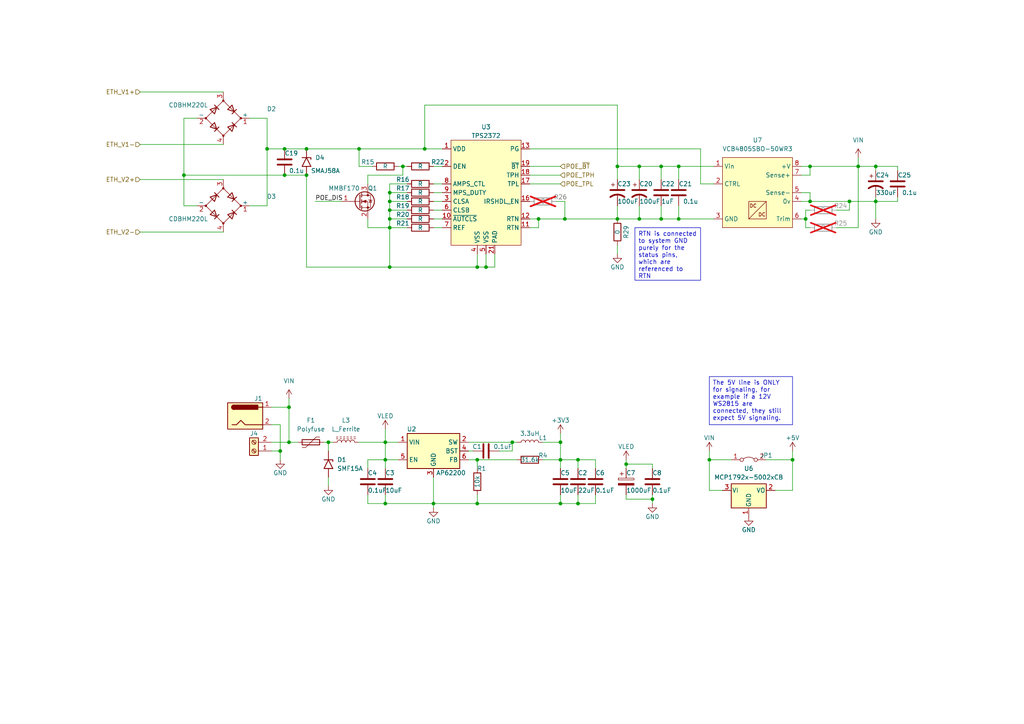
<source format=kicad_sch>
(kicad_sch (version 20230121) (generator eeschema)
  (paper "A4")
  (lib_symbols
    (symbol "Connector:Barrel_Jack" (pin_names (offset 1.016))
      (property "Reference" "J" (at 0 5.334 0))
      (property "Value" "Barrel_Jack" (at 0 -5.08 0))
      (symbol "Barrel_Jack_0_1"
        (rectangle (start -5.08 3.81) (end 5.08 -3.81) (stroke (width 0.254)) (fill (type background)))
        (arc (start -3.302 3.175) (mid -3.9343 2.54) (end -3.302 1.905) (stroke (width 0.254)))
        (arc (start -3.302 3.175) (mid -3.9343 2.54) (end -3.302 1.905) (stroke (width 0.254)) (fill (type outline)))
        (polyline (pts (xy 5.08 2.54) (xy 3.81 2.54)) (stroke (width 0.254)))
        (polyline (pts (xy -3.81 -2.54) (xy -2.54 -2.54) (xy -1.27 -1.27) (xy 0 -2.54) (xy 2.54 -2.54) (xy 5.08 -2.54)) (stroke (width 0.254)))
        (rectangle (start 3.683 3.175) (end -3.302 1.905) (stroke (width 0.254)) (fill (type outline)))
      )
      (symbol "Barrel_Jack_1_1"
        (pin passive line (at 7.62 2.54 180) (length 2.54) (name "~") (number "1"))
        (pin passive line (at 7.62 -2.54 180) (length 2.54) (name "~") (number "2"))
      )
    )
    (symbol "Connector:Screw_Terminal_01x02" (pin_names (offset 1.016) hide)
      (property "Reference" "J" (at 0 2.54 0))
      (property "Value" "Screw_Terminal_01x02" (at 0 -5.08 0))
      (symbol "Screw_Terminal_01x02_1_1"
        (rectangle (start -1.27 1.27) (end 1.27 -3.81) (stroke (width 0.254)) (fill (type background)))
        (circle (center 0 -2.54) (radius 0.635) (stroke (width 0.1524)))
        (polyline (pts (xy -0.5334 -2.2098) (xy 0.3302 -3.048)) (stroke (width 0.1524)))
        (polyline (pts (xy -0.5334 0.3302) (xy 0.3302 -0.508)) (stroke (width 0.1524)))
        (polyline (pts (xy -0.3556 -2.032) (xy 0.508 -2.8702)) (stroke (width 0.1524)))
        (polyline (pts (xy -0.3556 0.508) (xy 0.508 -0.3302)) (stroke (width 0.1524)))
        (circle (center 0 0) (radius 0.635) (stroke (width 0.1524)))
        (pin passive line (at -5.08 0 0) (length 3.81) (name "Pin_1") (number "1"))
        (pin passive line (at -5.08 -2.54 0) (length 3.81) (name "Pin_2") (number "2"))
      )
    )
    (symbol "Device:C" (pin_numbers hide) (pin_names (offset 0.254))
      (property "Reference" "C" (at 0.635 2.54 0))
      (property "Value" "C" (at 0.635 -2.54 0))
      (symbol "C_0_1"
        (polyline (pts (xy -2.032 -0.762) (xy 2.032 -0.762)) (stroke (width 0.508)))
        (polyline (pts (xy -2.032 0.762) (xy 2.032 0.762)) (stroke (width 0.508)))
      )
      (symbol "C_1_1"
        (pin passive line (at 0 3.81 270) (length 2.794) (name "~") (number "1"))
        (pin passive line (at 0 -3.81 90) (length 2.794) (name "~") (number "2"))
      )
    )
    (symbol "Device:C_Polarized" (pin_numbers hide) (pin_names (offset 0.254))
      (property "Reference" "C" (at 0.635 2.54 0))
      (property "Value" "C_Polarized" (at 0.635 -2.54 0))
      (symbol "C_Polarized_0_1"
        (rectangle (start -2.286 0.508) (end 2.286 1.016))
        (polyline (pts (xy -1.778 2.286) (xy -0.762 2.286)))
        (polyline (pts (xy -1.27 2.794) (xy -1.27 1.778)))
        (rectangle (start 2.286 -0.508) (end -2.286 -1.016) (fill (type outline)))
      )
      (symbol "C_Polarized_1_1"
        (pin passive line (at 0 3.81 270) (length 2.794) (name "~") (number "1"))
        (pin passive line (at 0 -3.81 90) (length 2.794) (name "~") (number "2"))
      )
    )
    (symbol "Device:C_Polarized_US" (pin_numbers hide) (pin_names (offset 0.254) hide)
      (property "Reference" "C" (at 0.635 2.54 0))
      (property "Value" "C_Polarized_US" (at 0.635 -2.54 0))
      (symbol "C_Polarized_US_0_1"
        (polyline (pts (xy -2.032 0.762) (xy 2.032 0.762)) (stroke (width 0.508)))
        (polyline (pts (xy -1.778 2.286) (xy -0.762 2.286)))
        (polyline (pts (xy -1.27 1.778) (xy -1.27 2.794)))
        (arc (start 2.032 -1.27) (mid 0 -0.5572) (end -2.032 -1.27) (stroke (width 0.508)))
      )
      (symbol "C_Polarized_US_1_1"
        (pin passive line (at 0 3.81 270) (length 2.794) (name "~") (number "1"))
        (pin passive line (at 0 -3.81 90) (length 3.302) (name "~") (number "2"))
      )
    )
    (symbol "Device:D_Bridge_+-AA" (pin_names (offset 0))
      (property "Reference" "D" (at 2.54 6.985 0))
      (property "Value" "D_Bridge_+-AA" (at 2.54 5.08 0))
      (symbol "D_Bridge_+-AA_0_1"
        (circle (center -5.08 0) (radius 0.254) (fill (type outline)))
        (circle (center 0 -5.08) (radius 0.254) (fill (type outline)))
        (polyline (pts (xy -2.54 3.81) (xy -1.27 2.54)) (stroke (width 0.254)))
        (polyline (pts (xy -1.27 -2.54) (xy -2.54 -3.81)) (stroke (width 0.254)))
        (polyline (pts (xy 2.54 -1.27) (xy 3.81 -2.54)) (stroke (width 0.254)))
        (polyline (pts (xy 2.54 1.27) (xy 3.81 2.54)) (stroke (width 0.254)))
        (polyline (pts (xy -3.81 2.54) (xy -2.54 1.27) (xy -1.905 3.175) (xy -3.81 2.54)) (stroke (width 0.254)))
        (polyline (pts (xy -2.54 -1.27) (xy -3.81 -2.54) (xy -1.905 -3.175) (xy -2.54 -1.27)) (stroke (width 0.254)))
        (polyline (pts (xy 1.27 2.54) (xy 2.54 3.81) (xy 3.175 1.905) (xy 1.27 2.54)) (stroke (width 0.254)))
        (polyline (pts (xy 3.175 -1.905) (xy 1.27 -2.54) (xy 2.54 -3.81) (xy 3.175 -1.905)) (stroke (width 0.254)))
        (polyline (pts (xy -5.08 0) (xy 0 -5.08) (xy 5.08 0) (xy 0 5.08) (xy -5.08 0)))
        (circle (center 0 5.08) (radius 0.254) (fill (type outline)))
        (circle (center 5.08 0) (radius 0.254) (fill (type outline)))
      )
      (symbol "D_Bridge_+-AA_1_1"
        (pin passive line (at 7.62 0 180) (length 2.54) (name "+") (number "1"))
        (pin passive line (at -7.62 0 0) (length 2.54) (name "-") (number "2"))
        (pin passive line (at 0 7.62 270) (length 2.54) (name "~") (number "3"))
        (pin passive line (at 0 -7.62 90) (length 2.54) (name "~") (number "4"))
      )
    )
    (symbol "Device:L" (pin_numbers hide) (pin_names (offset 1.016) hide)
      (property "Reference" "L" (at -1.27 0 90))
      (property "Value" "L" (at 1.905 0 90))
      (symbol "L_0_1"
        (arc (start 0 -2.54) (mid 0.6323 -1.905) (end 0 -1.27))
        (arc (start 0 -1.27) (mid 0.6323 -0.635) (end 0 0))
        (arc (start 0 0) (mid 0.6323 0.635) (end 0 1.27))
        (arc (start 0 1.27) (mid 0.6323 1.905) (end 0 2.54))
      )
      (symbol "L_1_1"
        (pin passive line (at 0 3.81 270) (length 1.27) (name "1") (number "1"))
        (pin passive line (at 0 -3.81 90) (length 1.27) (name "2") (number "2"))
      )
    )
    (symbol "Device:L_Ferrite" (pin_numbers hide) (pin_names (offset 1.016) hide)
      (property "Reference" "L" (at -1.27 0 90))
      (property "Value" "L_Ferrite" (at 2.794 0 90))
      (symbol "L_Ferrite_0_1"
        (arc (start 0 -2.54) (mid 0.6323 -1.905) (end 0 -1.27))
        (arc (start 0 -1.27) (mid 0.6323 -0.635) (end 0 0))
        (polyline (pts (xy 1.016 -2.794) (xy 1.016 -2.286)))
        (polyline (pts (xy 1.016 -1.778) (xy 1.016 -1.27)))
        (polyline (pts (xy 1.016 -0.762) (xy 1.016 -0.254)))
        (polyline (pts (xy 1.016 0.254) (xy 1.016 0.762)))
        (polyline (pts (xy 1.016 1.27) (xy 1.016 1.778)))
        (polyline (pts (xy 1.016 2.286) (xy 1.016 2.794)))
        (polyline (pts (xy 1.524 -2.286) (xy 1.524 -2.794)))
        (polyline (pts (xy 1.524 -1.27) (xy 1.524 -1.778)))
        (polyline (pts (xy 1.524 -0.254) (xy 1.524 -0.762)))
        (polyline (pts (xy 1.524 0.762) (xy 1.524 0.254)))
        (polyline (pts (xy 1.524 1.778) (xy 1.524 1.27)))
        (polyline (pts (xy 1.524 2.794) (xy 1.524 2.286)))
        (arc (start 0 0) (mid 0.6323 0.635) (end 0 1.27))
        (arc (start 0 1.27) (mid 0.6323 1.905) (end 0 2.54))
      )
      (symbol "L_Ferrite_1_1"
        (pin passive line (at 0 3.81 270) (length 1.27) (name "1") (number "1"))
        (pin passive line (at 0 -3.81 90) (length 1.27) (name "2") (number "2"))
      )
    )
    (symbol "Device:Polyfuse" (pin_numbers hide) (pin_names (offset 0))
      (property "Reference" "F" (at -2.54 0 90))
      (property "Value" "Polyfuse" (at 2.54 0 90))
      (symbol "Polyfuse_0_1"
        (rectangle (start -0.762 2.54) (end 0.762 -2.54) (stroke (width 0.254)))
        (polyline (pts (xy 0 2.54) (xy 0 -2.54)))
        (polyline (pts (xy -1.524 2.54) (xy -1.524 1.524) (xy 1.524 -1.524) (xy 1.524 -2.54)))
      )
      (symbol "Polyfuse_1_1"
        (pin passive line (at 0 3.81 270) (length 1.27) (name "~") (number "1"))
        (pin passive line (at 0 -3.81 90) (length 1.27) (name "~") (number "2"))
      )
    )
    (symbol "Device:R" (pin_numbers hide) (pin_names (offset 0))
      (property "Reference" "R" (at 2.032 0 90))
      (property "Value" "R" (at 0 0 90))
      (symbol "R_0_1"
        (rectangle (start -1.016 -2.54) (end 1.016 2.54) (stroke (width 0.254)))
      )
      (symbol "R_1_1"
        (pin passive line (at 0 3.81 270) (length 1.27) (name "~") (number "1"))
        (pin passive line (at 0 -3.81 90) (length 1.27) (name "~") (number "2"))
      )
    )
    (symbol "Diode:SMAJ58A" (pin_numbers hide) (pin_names (offset 1.016) hide)
      (property "Reference" "D" (at 0 2.54 0))
      (property "Value" "SMAJ58A" (at 0 -2.54 0))
      (symbol "SMAJ58A_0_1"
        (polyline (pts (xy -0.762 1.27) (xy -1.27 1.27) (xy -1.27 -1.27)) (stroke (width 0.254)))
        (polyline (pts (xy 1.27 1.27) (xy 1.27 -1.27) (xy -1.27 0) (xy 1.27 1.27)) (stroke (width 0.254)))
      )
      (symbol "SMAJ58A_1_1"
        (pin passive line (at -3.81 0 0) (length 2.54) (name "A1") (number "1"))
        (pin passive line (at 3.81 0 180) (length 2.54) (name "A2") (number "2"))
      )
    )
    (symbol "Diode:SMF15A" (pin_numbers hide) (pin_names (offset 1.016) hide)
      (property "Reference" "D" (at 0 2.54 0))
      (property "Value" "SMF15A" (at 0 -2.54 0))
      (symbol "SMF15A_0_1"
        (polyline (pts (xy -0.762 1.27) (xy -1.27 1.27) (xy -1.27 -1.27)) (stroke (width 0.254)))
        (polyline (pts (xy 1.27 1.27) (xy 1.27 -1.27) (xy -1.27 0) (xy 1.27 1.27)) (stroke (width 0.254)))
      )
      (symbol "SMF15A_1_1"
        (pin passive line (at -3.81 0 0) (length 2.54) (name "A1") (number "1"))
        (pin passive line (at 3.81 0 180) (length 2.54) (name "A2") (number "2"))
      )
    )
    (symbol "Jumper:Jumper_2_Bridged" (pin_names (offset 0) hide)
      (property "Reference" "JP" (at 0 1.905 0))
      (property "Value" "Jumper_2_Bridged" (at 0 -2.54 0))
      (symbol "Jumper_2_Bridged_0_0"
        (circle (center -2.032 0) (radius 0.508))
        (circle (center 2.032 0) (radius 0.508))
      )
      (symbol "Jumper_2_Bridged_0_1"
        (arc (start 1.524 0.254) (mid 0 0.762) (end -1.524 0.254))
      )
      (symbol "Jumper_2_Bridged_1_1"
        (pin passive line (at -5.08 0 0) (length 2.54) (name "A") (number "1"))
        (pin passive line (at 5.08 0 180) (length 2.54) (name "B") (number "2"))
      )
    )
    (symbol "ProjectLibrary:TPS2372"
      (property "Reference" "U" (at 10.16 -17.78 0))
      (property "Value" "TPS2372" (at 0 17.78 0))
      (symbol "TPS2372_0_0"
        (pin power_in line (at -12.7 12.7 0) (length 2.54) (name "VDD") (number "1"))
        (pin input line (at -12.7 -7.62 0) (length 2.54) (name "~{AUTCLS}") (number "10"))
        (pin passive line (at 12.7 -10.16 180) (length 2.54) (name "RTN") (number "11"))
        (pin passive line (at 12.7 -7.62 180) (length 2.54) (name "RTN") (number "12"))
        (pin output line (at 12.7 12.7 180) (length 2.54) (name "PG") (number "13"))
        (pin input line (at 12.7 -2.54 180) (length 2.54) (name "IRSHDL_EN") (number "16"))
        (pin output line (at 12.7 2.54 180) (length 2.54) (name "TPL") (number "17"))
        (pin output line (at 12.7 5.08 180) (length 2.54) (name "TPH") (number "18"))
        (pin output line (at 12.7 7.62 180) (length 2.54) (name "~{BT}") (number "19"))
        (pin passive line (at 2.54 -17.78 90) (length 2.54) (name "PAD") (number "21"))
        (pin output line (at -12.7 -2.54 0) (length 2.54) (name "CLSA") (number "3"))
        (pin power_in line (at -2.54 -17.78 90) (length 2.54) (name "VSS") (number "4"))
        (pin power_in line (at 0 -17.78 90) (length 2.54) (name "VSS") (number "5"))
        (pin output line (at -12.7 -5.08 0) (length 2.54) (name "CLSB") (number "6"))
        (pin output line (at -12.7 -10.16 0) (length 2.54) (name "REF") (number "7"))
        (pin output line (at -12.7 2.54 0) (length 2.54) (name "AMPS_CTL") (number "8"))
        (pin input line (at -12.7 0 0) (length 2.54) (name "MPS_DUTY") (number "9"))
      )
      (symbol "TPS2372_1_0"
        (pin no_connect line (at -5.08 -15.24 90) (length 2.54) hide (name "NC") (number "14"))
        (pin no_connect line (at -5.08 -15.24 90) (length 2.54) hide (name "NC") (number "15"))
        (pin bidirectional line (at -12.7 7.62 0) (length 2.54) (name "DEN") (number "2"))
        (pin no_connect line (at -5.08 -15.24 90) (length 2.54) hide (name "NC") (number "20"))
      )
      (symbol "TPS2372_1_1"
        (rectangle (start -10.16 15.24) (end 10.16 -15.24) (fill (type background)))
      )
    )
    (symbol "ProjectLibrary:VCB4805SBO-50WR3"
      (property "Reference" "U" (at 7.62 -11.43 0))
      (property "Value" "VCB4805SBO-50WR3" (at -1.27 11.43 0))
      (symbol "VCB4805SBO-50WR3_1_1"
        (rectangle (start -11.43 10.16) (end 8.89 -10.16) (fill (type background)))
        (rectangle (start -3.81 -2.54) (end 1.27 -7.62))
        (polyline (pts (xy 1.27 -2.54) (xy -3.81 -7.62)))
        (text "DC" (at -2.54 -3.81 0) (effects (font (size 1.016 1.016))))
        (text "DC" (at 0 -6.35 0) (effects (font (size 1.016 1.016))))
        (pin power_in line (at -13.97 7.62 0) (length 2.54) (name "Vin") (number "1"))
        (pin input line (at -13.97 2.54 0) (length 2.54) (name "CTRL") (number "2"))
        (pin power_in line (at -13.97 -7.62 0) (length 2.54) (name "GND") (number "3"))
        (pin power_out line (at 11.43 -2.54 180) (length 2.54) (name "0v") (number "4"))
        (pin input line (at 11.43 0 180) (length 2.54) (name "Sense-") (number "5"))
        (pin passive line (at 11.43 -7.62 180) (length 2.54) (name "Trim") (number "6"))
        (pin input line (at 11.43 5.08 180) (length 2.54) (name "Sense+") (number "7"))
        (pin power_out line (at 11.43 7.62 180) (length 2.54) (name "+V") (number "8"))
      )
    )
    (symbol "ProjectLibrary:VIN" (power) (pin_names (offset 0))
      (property "Value" "VIN" (at 0 3.81 0))
      (symbol "VIN_0_1"
        (polyline (pts (xy -0.762 1.27) (xy 0 2.54)))
        (polyline (pts (xy 0 0) (xy 0 2.54)))
        (polyline (pts (xy 0 2.54) (xy 0.762 1.27)))
      )
      (symbol "VIN_1_1"
        (pin power_in line (at 0 0 90) (length 0) hide (name "VIN") (number "1"))
      )
    )
    (symbol "ProjectLibrary:VLED" (power) (pin_names (offset 0))
      (property "Value" "VLED" (at 0 3.81 0))
      (symbol "VLED_0_1"
        (polyline (pts (xy -0.762 1.27) (xy 0 2.54)))
        (polyline (pts (xy 0 0) (xy 0 2.54)))
        (polyline (pts (xy 0 2.54) (xy 0.762 1.27)))
      )
      (symbol "VLED_1_1"
        (pin power_in line (at 0 0 90) (length 0) hide (name "VLED") (number "1"))
      )
    )
    (symbol "Regulator_Linear:MCP1792x-5002xCB" (pin_names (offset 0.254))
      (property "Reference" "U" (at -3.81 3.175 0))
      (property "Value" "MCP1792x-5002xCB" (at 0 3.175 0))
      (symbol "MCP1792x-5002xCB_0_1"
        (rectangle (start -5.08 1.905) (end 5.08 -5.08) (stroke (width 0.254)) (fill (type background)))
      )
      (symbol "MCP1792x-5002xCB_1_1"
        (pin power_in line (at 0 -7.62 90) (length 2.54) (name "GND") (number "1"))
        (pin power_out line (at 7.62 0 180) (length 2.54) (name "VO") (number "2"))
        (pin power_in line (at -7.62 0 0) (length 2.54) (name "VI") (number "3"))
      )
    )
    (symbol "Regulator_Switching:AP62250Z6"
      (property "Reference" "U" (at -7.62 6.35 0))
      (property "Value" "AP62250Z6" (at 6.35 -6.35 0))
      (symbol "AP62250Z6_0_1"
        (rectangle (start -7.62 5.08) (end 7.62 -5.08) (stroke (width 0.254)) (fill (type background)))
      )
      (symbol "AP62250Z6_1_1"
        (pin power_in line (at -10.16 2.54 0) (length 2.54) (name "VIN") (number "1"))
        (pin output line (at 10.16 2.54 180) (length 2.54) (name "SW") (number "2"))
        (pin power_in line (at 0 -7.62 90) (length 2.54) (name "GND") (number "3"))
        (pin passive line (at 10.16 0 180) (length 2.54) (name "BST") (number "4"))
        (pin input line (at -10.16 -2.54 0) (length 2.54) (name "EN") (number "5"))
        (pin input line (at 10.16 -2.54 180) (length 2.54) (name "FB") (number "6"))
      )
    )
    (symbol "Transistor_FET:MMBF170" (pin_names hide)
      (property "Reference" "Q" (at 5.08 1.905 0))
      (property "Value" "MMBF170" (at 5.08 0 0))
      (symbol "MMBF170_0_1"
        (polyline (pts (xy 0.254 0) (xy -2.54 0)))
        (polyline (pts (xy 0.254 1.905) (xy 0.254 -1.905)) (stroke (width 0.254)))
        (polyline (pts (xy 0.762 -1.27) (xy 0.762 -2.286)) (stroke (width 0.254)))
        (polyline (pts (xy 0.762 0.508) (xy 0.762 -0.508)) (stroke (width 0.254)))
        (polyline (pts (xy 0.762 2.286) (xy 0.762 1.27)) (stroke (width 0.254)))
        (polyline (pts (xy 2.54 2.54) (xy 2.54 1.778)))
        (polyline (pts (xy 2.54 -2.54) (xy 2.54 0) (xy 0.762 0)))
        (polyline (pts (xy 0.762 -1.778) (xy 3.302 -1.778) (xy 3.302 1.778) (xy 0.762 1.778)))
        (polyline (pts (xy 1.016 0) (xy 2.032 0.381) (xy 2.032 -0.381) (xy 1.016 0)) (fill (type outline)))
        (polyline (pts (xy 2.794 0.508) (xy 2.921 0.381) (xy 3.683 0.381) (xy 3.81 0.254)))
        (polyline (pts (xy 3.302 0.381) (xy 2.921 -0.254) (xy 3.683 -0.254) (xy 3.302 0.381)))
        (circle (center 1.651 0) (radius 2.794) (stroke (width 0.254)))
        (circle (center 2.54 -1.778) (radius 0.254) (fill (type outline)))
        (circle (center 2.54 1.778) (radius 0.254) (fill (type outline)))
      )
      (symbol "MMBF170_1_1"
        (pin input line (at -5.08 0 0) (length 2.54) (name "G") (number "1"))
        (pin passive line (at 2.54 -5.08 90) (length 2.54) (name "S") (number "2"))
        (pin passive line (at 2.54 5.08 270) (length 2.54) (name "D") (number "3"))
      )
    )
    (symbol "power:+3.3V" (power) (pin_names (offset 0))
      (property "Value" "+3.3V" (at 0 3.556 0))
      (symbol "+3.3V_0_1"
        (polyline (pts (xy -0.762 1.27) (xy 0 2.54)))
        (polyline (pts (xy 0 0) (xy 0 2.54)))
        (polyline (pts (xy 0 2.54) (xy 0.762 1.27)))
      )
      (symbol "+3.3V_1_1"
        (pin power_in line (at 0 0 90) (length 0) hide (name "+3V3") (number "1"))
      )
    )
    (symbol "power:+5V" (power) (pin_names (offset 0))
      (property "Value" "+5V" (at 0 3.556 0))
      (symbol "+5V_0_1"
        (polyline (pts (xy -0.762 1.27) (xy 0 2.54)))
        (polyline (pts (xy 0 0) (xy 0 2.54)))
        (polyline (pts (xy 0 2.54) (xy 0.762 1.27)))
      )
      (symbol "+5V_1_1"
        (pin power_in line (at 0 0 90) (length 0) hide (name "+5V") (number "1"))
      )
    )
    (symbol "power:GND" (power) (pin_names (offset 0))
      (property "Value" "GND" (at 0 -3.81 0))
      (symbol "GND_0_1"
        (polyline (pts (xy 0 0) (xy 0 -1.27) (xy 1.27 -1.27) (xy 0 -2.54) (xy -1.27 -1.27) (xy 0 -1.27)))
      )
      (symbol "GND_1_1"
        (pin power_in line (at 0 0 270) (length 0) hide (name "GND") (number "1"))
      )
    )
  )
  (junction (at 138.43 146.05))
  (junction (at 248.92 48.26))
  (junction (at 113.03 63.5))
  (junction (at 205.74 133.35))
  (junction (at 254 58.42))
  (junction (at 140.97 77.47))
  (junction (at 162.56 128.27))
  (junction (at 191.77 48.26))
  (junction (at 189.23 144.78) (diameter 0.9144))
  (junction (at 229.87 133.35))
  (junction (at 125.73 146.05))
  (junction (at 95.25 128.27))
  (junction (at 246.38 58.42))
  (junction (at 138.43 133.35))
  (junction (at 185.42 63.5))
  (junction (at 233.68 63.5))
  (junction (at 167.64 133.35))
  (junction (at 191.77 63.5))
  (junction (at 111.76 133.35))
  (junction (at 179.07 63.5))
  (junction (at 83.82 128.27))
  (junction (at 181.61 134.62) (diameter 0.9144))
  (junction (at 179.07 48.26))
  (junction (at 111.76 128.27))
  (junction (at 88.9 43.18))
  (junction (at 83.82 118.11))
  (junction (at 81.28 130.81))
  (junction (at 82.55 50.8))
  (junction (at 167.64 146.05))
  (junction (at 88.9 50.8))
  (junction (at 163.83 63.5))
  (junction (at 138.43 77.47))
  (junction (at 113.03 55.88))
  (junction (at 148.59 128.27))
  (junction (at 234.95 58.42))
  (junction (at 113.03 58.42))
  (junction (at 196.85 48.26))
  (junction (at 185.42 48.26))
  (junction (at 196.85 63.5))
  (junction (at 156.21 63.5))
  (junction (at 162.56 146.05))
  (junction (at 113.03 66.04))
  (junction (at 82.55 43.18))
  (junction (at 53.34 50.8))
  (junction (at 111.76 146.05))
  (junction (at 113.03 77.47))
  (junction (at 123.19 43.18))
  (junction (at 104.14 43.18))
  (junction (at 254 48.26))
  (junction (at 234.95 48.26))
  (junction (at 162.56 133.35))
  (junction (at 116.84 48.26))
  (junction (at 113.03 60.96))
  (junction (at 77.47 43.18))
  (wire (pts (xy 179.07 48.26) (xy 185.42 48.26)))
  (wire (pts (xy 113.03 63.5) (xy 118.11 63.5)))
  (wire (pts (xy 148.59 128.27) (xy 149.86 128.27)))
  (wire (pts (xy 232.41 48.26) (xy 234.95 48.26)))
  (wire (pts (xy 246.38 60.96) (xy 246.38 58.42)))
  (wire (pts (xy 104.14 43.18) (xy 123.19 43.18)))
  (wire (pts (xy 181.61 134.62) (xy 189.23 134.62)))
  (wire (pts (xy 254 49.53) (xy 254 48.26)))
  (wire (pts (xy 153.67 43.18) (xy 203.2 43.18)))
  (wire (pts (xy 111.76 146.05) (xy 111.76 143.51)))
  (wire (pts (xy 212.09 133.35) (xy 205.74 133.35)))
  (wire (pts (xy 113.03 58.42) (xy 113.03 60.96)))
  (wire (pts (xy 254 58.42) (xy 254 63.5)))
  (wire (pts (xy 113.03 66.04) (xy 118.11 66.04)))
  (wire (pts (xy 88.9 43.18) (xy 104.14 43.18)))
  (wire (pts (xy 162.56 125.73) (xy 162.56 128.27)))
  (wire (pts (xy 156.21 63.5) (xy 163.83 63.5)))
  (wire (pts (xy 234.95 48.26) (xy 248.92 48.26)))
  (wire (pts (xy 111.76 124.46) (xy 111.76 128.27)))
  (wire (pts (xy 72.39 59.69) (xy 77.47 59.69)))
  (wire (pts (xy 125.73 53.34) (xy 128.27 53.34)))
  (wire (pts (xy 185.42 48.26) (xy 191.77 48.26)))
  (wire (pts (xy 111.76 133.35) (xy 111.76 135.89)))
  (wire (pts (xy 125.73 48.26) (xy 128.27 48.26)))
  (wire (pts (xy 106.68 135.89) (xy 106.68 133.35)))
  (wire (pts (xy 172.72 146.05) (xy 172.72 143.51)))
  (wire (pts (xy 205.74 133.35) (xy 205.74 142.24)))
  (wire (pts (xy 125.73 55.88) (xy 128.27 55.88)))
  (wire (pts (xy 260.35 58.42) (xy 260.35 57.15)))
  (wire (pts (xy 156.21 66.04) (xy 156.21 63.5)))
  (wire (pts (xy 179.07 59.69) (xy 179.07 63.5)))
  (wire (pts (xy 189.23 144.78) (xy 189.23 143.51)))
  (wire (pts (xy 162.56 143.51) (xy 162.56 146.05)))
  (wire (pts (xy 153.67 66.04) (xy 156.21 66.04)))
  (wire (pts (xy 163.83 58.42) (xy 163.83 63.5)))
  (wire (pts (xy 125.73 66.04) (xy 128.27 66.04)))
  (wire (pts (xy 77.47 34.29) (xy 77.47 43.18)))
  (wire (pts (xy 232.41 55.88) (xy 234.95 55.88)))
  (wire (pts (xy 153.67 53.34) (xy 162.56 53.34)))
  (wire (pts (xy 115.57 48.26) (xy 116.84 48.26)))
  (wire (pts (xy 113.03 66.04) (xy 113.03 77.47)))
  (wire (pts (xy 83.82 115.57) (xy 83.82 118.11)))
  (wire (pts (xy 78.74 123.19) (xy 81.28 123.19)))
  (wire (pts (xy 233.68 60.96) (xy 234.95 60.96)))
  (wire (pts (xy 116.84 50.8) (xy 116.84 48.26)))
  (wire (pts (xy 106.68 53.34) (xy 106.68 50.8)))
  (wire (pts (xy 93.98 128.27) (xy 95.25 128.27)))
  (wire (pts (xy 179.07 71.12) (xy 179.07 73.66)))
  (wire (pts (xy 153.67 63.5) (xy 156.21 63.5)))
  (wire (pts (xy 53.34 50.8) (xy 82.55 50.8)))
  (wire (pts (xy 113.03 60.96) (xy 118.11 60.96)))
  (wire (pts (xy 118.11 53.34) (xy 113.03 53.34)))
  (wire (pts (xy 123.19 43.18) (xy 128.27 43.18)))
  (wire (pts (xy 234.95 50.8) (xy 234.95 48.26)))
  (wire (pts (xy 179.07 30.48) (xy 179.07 48.26)))
  (wire (pts (xy 203.2 53.34) (xy 203.2 43.18)))
  (wire (pts (xy 242.57 66.04) (xy 248.92 66.04)))
  (wire (pts (xy 123.19 30.48) (xy 179.07 30.48)))
  (wire (pts (xy 148.59 130.81) (xy 144.78 130.81)))
  (wire (pts (xy 181.61 135.89) (xy 181.61 134.62)))
  (wire (pts (xy 125.73 60.96) (xy 128.27 60.96)))
  (wire (pts (xy 233.68 63.5) (xy 233.68 66.04)))
  (wire (pts (xy 83.82 128.27) (xy 86.36 128.27)))
  (wire (pts (xy 207.01 48.26) (xy 196.85 48.26)))
  (wire (pts (xy 53.34 50.8) (xy 53.34 59.69)))
  (wire (pts (xy 153.67 48.26) (xy 162.56 48.26)))
  (wire (pts (xy 224.79 142.24) (xy 229.87 142.24)))
  (wire (pts (xy 185.42 63.5) (xy 191.77 63.5)))
  (wire (pts (xy 233.68 66.04) (xy 234.95 66.04)))
  (wire (pts (xy 40.64 67.31) (xy 64.77 67.31)))
  (wire (pts (xy 113.03 53.34) (xy 113.03 55.88)))
  (wire (pts (xy 162.56 133.35) (xy 162.56 135.89)))
  (wire (pts (xy 189.23 134.62) (xy 189.23 135.89)))
  (wire (pts (xy 113.03 77.47) (xy 138.43 77.47)))
  (wire (pts (xy 163.83 63.5) (xy 179.07 63.5)))
  (wire (pts (xy 125.73 58.42) (xy 128.27 58.42)))
  (wire (pts (xy 135.89 128.27) (xy 148.59 128.27)))
  (wire (pts (xy 40.64 52.07) (xy 64.77 52.07)))
  (wire (pts (xy 83.82 118.11) (xy 83.82 128.27)))
  (wire (pts (xy 191.77 63.5) (xy 196.85 63.5)))
  (wire (pts (xy 196.85 63.5) (xy 207.01 63.5)))
  (wire (pts (xy 191.77 48.26) (xy 196.85 48.26)))
  (wire (pts (xy 246.38 58.42) (xy 254 58.42)))
  (wire (pts (xy 53.34 59.69) (xy 57.15 59.69)))
  (wire (pts (xy 106.68 63.5) (xy 106.68 66.04)))
  (wire (pts (xy 106.68 66.04) (xy 113.03 66.04)))
  (wire (pts (xy 234.95 55.88) (xy 234.95 58.42)))
  (wire (pts (xy 248.92 48.26) (xy 254 48.26)))
  (wire (pts (xy 181.61 144.78) (xy 189.23 144.78)))
  (wire (pts (xy 207.01 53.34) (xy 203.2 53.34)))
  (wire (pts (xy 242.57 60.96) (xy 246.38 60.96)))
  (wire (pts (xy 82.55 50.8) (xy 88.9 50.8)))
  (wire (pts (xy 125.73 138.43) (xy 125.73 146.05)))
  (wire (pts (xy 88.9 77.47) (xy 113.03 77.47)))
  (wire (pts (xy 106.68 146.05) (xy 111.76 146.05)))
  (wire (pts (xy 260.35 48.26) (xy 260.35 49.53)))
  (wire (pts (xy 254 57.15) (xy 254 58.42)))
  (wire (pts (xy 196.85 48.26) (xy 196.85 52.07)))
  (wire (pts (xy 95.25 128.27) (xy 96.52 128.27)))
  (wire (pts (xy 78.74 118.11) (xy 83.82 118.11)))
  (wire (pts (xy 81.28 130.81) (xy 78.74 130.81)))
  (wire (pts (xy 138.43 133.35) (xy 149.86 133.35)))
  (wire (pts (xy 229.87 133.35) (xy 229.87 142.24)))
  (wire (pts (xy 189.23 146.05) (xy 189.23 144.78)))
  (wire (pts (xy 125.73 146.05) (xy 138.43 146.05)))
  (wire (pts (xy 191.77 59.69) (xy 191.77 63.5)))
  (wire (pts (xy 157.48 133.35) (xy 162.56 133.35)))
  (wire (pts (xy 162.56 146.05) (xy 167.64 146.05)))
  (wire (pts (xy 167.64 133.35) (xy 172.72 133.35)))
  (wire (pts (xy 91.44 58.42) (xy 99.06 58.42)))
  (wire (pts (xy 143.51 77.47) (xy 143.51 73.66)))
  (wire (pts (xy 254 58.42) (xy 260.35 58.42)))
  (wire (pts (xy 233.68 60.96) (xy 233.68 63.5)))
  (wire (pts (xy 191.77 48.26) (xy 191.77 52.07)))
  (wire (pts (xy 162.56 133.35) (xy 162.56 128.27)))
  (wire (pts (xy 148.59 128.27) (xy 148.59 130.81)))
  (wire (pts (xy 138.43 77.47) (xy 140.97 77.47)))
  (wire (pts (xy 181.61 143.51) (xy 181.61 144.78)))
  (wire (pts (xy 248.92 45.72) (xy 248.92 48.26)))
  (wire (pts (xy 205.74 130.81) (xy 205.74 133.35)))
  (wire (pts (xy 95.25 138.43) (xy 95.25 140.97)))
  (wire (pts (xy 248.92 66.04) (xy 248.92 48.26)))
  (wire (pts (xy 140.97 77.47) (xy 143.51 77.47)))
  (wire (pts (xy 111.76 128.27) (xy 115.57 128.27)))
  (wire (pts (xy 81.28 123.19) (xy 81.28 130.81)))
  (wire (pts (xy 40.64 26.67) (xy 64.77 26.67)))
  (wire (pts (xy 232.41 58.42) (xy 234.95 58.42)))
  (wire (pts (xy 113.03 58.42) (xy 118.11 58.42)))
  (wire (pts (xy 167.64 146.05) (xy 167.64 143.51)))
  (wire (pts (xy 153.67 50.8) (xy 162.56 50.8)))
  (wire (pts (xy 254 48.26) (xy 260.35 48.26)))
  (wire (pts (xy 115.57 133.35) (xy 111.76 133.35)))
  (wire (pts (xy 185.42 48.26) (xy 185.42 52.07)))
  (wire (pts (xy 181.61 133.35) (xy 181.61 134.62)))
  (wire (pts (xy 162.56 146.05) (xy 138.43 146.05)))
  (wire (pts (xy 113.03 55.88) (xy 113.03 58.42)))
  (wire (pts (xy 125.73 63.5) (xy 128.27 63.5)))
  (wire (pts (xy 113.03 60.96) (xy 113.03 63.5)))
  (wire (pts (xy 53.34 34.29) (xy 53.34 50.8)))
  (wire (pts (xy 72.39 34.29) (xy 77.47 34.29)))
  (wire (pts (xy 111.76 133.35) (xy 111.76 128.27)))
  (wire (pts (xy 106.68 50.8) (xy 116.84 50.8)))
  (wire (pts (xy 196.85 59.69) (xy 196.85 63.5)))
  (wire (pts (xy 113.03 63.5) (xy 113.03 66.04)))
  (wire (pts (xy 104.14 128.27) (xy 111.76 128.27)))
  (wire (pts (xy 138.43 133.35) (xy 138.43 135.89)))
  (wire (pts (xy 222.25 133.35) (xy 229.87 133.35)))
  (wire (pts (xy 229.87 130.81) (xy 229.87 133.35)))
  (wire (pts (xy 138.43 143.51) (xy 138.43 146.05)))
  (wire (pts (xy 135.89 130.81) (xy 137.16 130.81)))
  (wire (pts (xy 53.34 34.29) (xy 57.15 34.29)))
  (wire (pts (xy 172.72 133.35) (xy 172.72 135.89)))
  (wire (pts (xy 82.55 43.18) (xy 88.9 43.18)))
  (wire (pts (xy 162.56 128.27) (xy 157.48 128.27)))
  (wire (pts (xy 234.95 58.42) (xy 246.38 58.42)))
  (wire (pts (xy 106.68 143.51) (xy 106.68 146.05)))
  (wire (pts (xy 77.47 43.18) (xy 77.47 59.69)))
  (wire (pts (xy 232.41 50.8) (xy 234.95 50.8)))
  (wire (pts (xy 185.42 63.5) (xy 185.42 59.69)))
  (wire (pts (xy 140.97 77.47) (xy 140.97 73.66)))
  (wire (pts (xy 125.73 146.05) (xy 111.76 146.05)))
  (wire (pts (xy 113.03 55.88) (xy 118.11 55.88)))
  (wire (pts (xy 106.68 133.35) (xy 111.76 133.35)))
  (wire (pts (xy 138.43 77.47) (xy 138.43 73.66)))
  (wire (pts (xy 135.89 133.35) (xy 138.43 133.35)))
  (wire (pts (xy 232.41 63.5) (xy 233.68 63.5)))
  (wire (pts (xy 167.64 146.05) (xy 172.72 146.05)))
  (wire (pts (xy 78.74 128.27) (xy 83.82 128.27)))
  (wire (pts (xy 40.64 41.91) (xy 64.77 41.91)))
  (wire (pts (xy 123.19 43.18) (xy 123.19 30.48)))
  (wire (pts (xy 125.73 147.32) (xy 125.73 146.05)))
  (wire (pts (xy 162.56 133.35) (xy 167.64 133.35)))
  (wire (pts (xy 104.14 48.26) (xy 104.14 43.18)))
  (wire (pts (xy 81.28 133.35) (xy 81.28 130.81)))
  (wire (pts (xy 107.95 48.26) (xy 104.14 48.26)))
  (wire (pts (xy 116.84 48.26) (xy 118.11 48.26)))
  (wire (pts (xy 95.25 130.81) (xy 95.25 128.27)))
  (wire (pts (xy 161.29 58.42) (xy 163.83 58.42)))
  (wire (pts (xy 179.07 63.5) (xy 185.42 63.5)))
  (wire (pts (xy 167.64 133.35) (xy 167.64 135.89)))
  (wire (pts (xy 77.47 43.18) (xy 82.55 43.18)))
  (wire (pts (xy 205.74 142.24) (xy 209.55 142.24)))
  (wire (pts (xy 179.07 52.07) (xy 179.07 48.26)))
  (wire (pts (xy 88.9 50.8) (xy 88.9 77.47)))
  (text_box "The 5V line is ONLY for signaling, for example if a 12V WS2815 are connected, they still expect 5V signaling." (at 205.74 109.22 0) (size 24.13 13.97) (effects (font (size 1.27 1.27)) (justify left top)))
  (text_box "RTN is connected to system GND purely for the status pins, which are referenced to RTN" (at 184.15 66.04 0) (size 19.05 15.24) (effects (font (size 1.27 1.27)) (justify left top)))
  (label "POE_DIS" (at 91.44 58.42 0))
  (hierarchical_label "POE_~{BT}" (shape input) (at 162.56 48.26 0))
  (hierarchical_label "POE_TPH" (shape input) (at 162.56 50.8 0))
  (hierarchical_label "ETH_V1-" (shape input) (at 40.64 41.91 180))
  (hierarchical_label "ETH_V2-" (shape input) (at 40.64 67.31 180))
  (hierarchical_label "ETH_V2+" (shape input) (at 40.64 52.07 180))
  (hierarchical_label "POE_TPL" (shape input) (at 162.56 53.34 0))
  (hierarchical_label "ETH_V1+" (shape input) (at 40.64 26.67 180))
  (symbol (lib_id "Device:R") (at 121.92 48.26 90) (unit 1)
    (property "Reference" "R22" (at 127 46.99 90))
    (property "Value" "R" (at 121.92 48.26 90))
    (property "Footprint" "Resistor_SMD:R_0805_2012Metric" (effects hide))
    (instances (project "LED_Controller" (path "" (reference "R22") (unit 1)) (path "" (reference "R16") (unit 1))))
  )
  (symbol (lib_id "Device:D_Bridge_+-AA") (at 64.77 34.29 0) (unit 1)
    (property "Reference" "D2" (at 78.74 31.5977 0))
    (property "Value" "CDBHM220L" (at 54.61 30.48 0))
    (property "Footprint" "Package_TO_SOT_SMD:TO-269AA" (effects hide))
  )
  (symbol (lib_id "Device:C") (at 172.72 139.7 0) (unit 1)
    (property "Reference" "C6" (at 172.72 137.1599 0) (effects (justify left)))
    (property "Value" "0.1uF" (at 172.72 142.2399 0) (effects (justify left)))
    (property "Footprint" "Capacitor_SMD:C_0805_2012Metric" (effects hide))
  )
  (symbol (lib_id "ProjectLibrary:VIN") (at 248.92 45.72 0) (unit 1)
    (property "Reference" "#PWR027" (effects hide))
    (property "Value" "VIN" (at 248.92 40.64 0))
    (instances (project "LED_Controller" (path "" (reference "#PWR027") (unit 1)) (path "" (reference "#PWR023") (unit 1))))
  )
  (symbol (lib_id "ProjectLibrary:VIN") (at 83.82 115.57 0) (unit 1)
    (property "Reference" "#PWR026" (effects hide))
    (property "Value" "VIN" (at 83.82 110.49 0))
    (instances (project "LED_Controller" (path "" (reference "#PWR026") (unit 1)) (path "" (reference "#PWR05") (unit 1))))
  )
  (symbol (lib_id "Device:C") (at 111.76 139.7 0) (unit 1)
    (property "Reference" "C3" (at 111.76 137.1599 0) (effects (justify left)))
    (property "Value" "10uF" (at 111.76 142.2399 0) (effects (justify left)))
    (property "Footprint" "Capacitor_SMD:C_0805_2012Metric_Pad1.18x1.45mm_HandSolder" (effects hide))
  )
  (symbol (lib_id "Connector:Barrel_Jack") (at 71.12 120.65 0) (unit 1)
    (property "Reference" "J1" (at 74.93 115.57 0))
    (property "Value" "Barrel_Jack" (effects hide))
    (property "Footprint" "Connector_BarrelJack:BarrelJack_Horizontal" (effects hide))
  )
  (symbol (lib_id "Diode:SMAJ58A") (at 88.9 46.99 270) (unit 1)
    (property "Reference" "D4" (at 91.44 45.72 90) (effects (justify left)))
    (property "Value" "SMAJ58A" (at 90.17 49.53 90) (effects (justify left)))
    (property "Footprint" "Diode_SMD:D_SMA" (effects hide))
    (property "Datasheet" "https://www.littelfuse.com/media?resourcetype=datasheets&itemid=75e32973-b177-4ee3-a0ff-cedaf1abdb93&filename=smaj-datasheet" (effects hide))
    (instances (project "LED_Controller" (path "" (reference "D4") (unit 1)) (path "" (reference "D3") (unit 1))))
  )
  (symbol (lib_id "Device:C") (at 260.35 53.34 0) (unit 1)
    (property "Reference" "C25" (at 260.35 50.8 0) (effects (justify left)))
    (property "Value" "0.1u" (at 261.62 55.88 0) (effects (justify left)))
    (property "Footprint" "Capacitor_SMD:C_Elec_6.3x5.4" (effects hide))
    (instances (project "LED_Controller" (path "" (reference "C25") (unit 1)) (path "" (reference "C21") (unit 1))))
  )
  (symbol (lib_id "Device:R") (at 153.67 133.35 90) (unit 1)
    (property "Reference" "R4" (at 157.48 132.08 90))
    (property "Value" "31.6k" (at 153.67 133.35 90))
    (property "Footprint" "Resistor_SMD:R_0805_2012Metric_Pad1.20x1.40mm_HandSolder" (effects hide))
    (instances (project "LED_Controller" (path "" (reference "R4") (unit 1)) (path "" (reference "R1") (unit 1))))
  )
  (symbol (lib_id "Device:R") (at 121.92 53.34 90) (unit 1)
    (property "Reference" "R16" (at 116.84 52.07 90))
    (property "Value" "R" (at 121.92 53.34 90))
    (property "Footprint" "Resistor_SMD:R_0805_2012Metric" (effects hide))
    (instances (project "LED_Controller" (path "" (reference "R16") (unit 1)) (path "" (reference "R17") (unit 1))))
  )
  (symbol (lib_id "ProjectLibrary:VLED") (at 181.61 133.35 0) (unit 1)
    (property "Reference" "#PWR039" (effects hide))
    (property "Value" "VLED" (at 181.61 129.54 0))
    (instances (project "LED_Controller" (path "" (reference "#PWR039") (unit 1)) (path "" (reference "#PWR032") (unit 1))))
  )
  (symbol (lib_id "Device:C") (at 140.97 130.81 90) (unit 1)
    (property "Reference" "C1" (at 139.7 129.54 90) (effects (justify left)))
    (property "Value" "0.1uF" (at 148.59 129.54 90) (effects (justify left)))
    (property "Footprint" "Capacitor_SMD:C_0805_2012Metric_Pad1.18x1.45mm_HandSolder" (effects hide))
  )
  (symbol (lib_id "power:+3.3V") (at 162.56 125.73 0) (unit 1)
    (property "Reference" "#PWR035" (effects hide))
    (property "Value" "+3.3V" (at 162.56 121.92 0))
    (instances (project "LED_Controller" (path "" (reference "#PWR035") (unit 1)) (path "" (reference "#PWR028") (unit 1))))
  )
  (symbol (lib_id "Device:C") (at 189.23 139.7 0) (unit 1)
    (property "Reference" "C8" (at 189.23 137.1599 0) (effects (justify left)))
    (property "Value" "0.1uF" (at 189.23 142.2399 0) (effects (justify left)))
    (property "Footprint" "Capacitor_SMD:C_0805_2012Metric" (effects hide))
  )
  (symbol (lib_id "Connector:Screw_Terminal_01x02") (at 73.66 130.81 180) (unit 1)
    (property "Reference" "J4" (at 73.66 125.73 0))
    (property "Value" "Screw_Terminal_01x02" (effects hide))
    (property "Footprint" "TerminalBlock_Phoenix:TerminalBlock_Phoenix_MKDS-1,5-2-5.08_1x02_P5.08mm_Horizontal" (effects hide))
  )
  (symbol (lib_id "Device:R") (at 121.92 60.96 90) (unit 1)
    (property "Reference" "R19" (at 116.84 59.69 90))
    (property "Value" "R" (at 121.92 60.96 90))
    (property "Footprint" "Resistor_SMD:R_0805_2012Metric" (effects hide))
    (instances (project "LED_Controller" (path "" (reference "R19") (unit 1)) (path "" (reference "R21") (unit 1))))
  )
  (symbol (lib_id "Device:R") (at 121.92 55.88 90) (unit 1)
    (property "Reference" "R17" (at 116.84 54.61 90))
    (property "Value" "R" (at 121.92 55.88 90))
    (property "Footprint" "Resistor_SMD:R_0805_2012Metric" (effects hide))
    (instances (project "LED_Controller" (path "" (reference "R17") (unit 1)) (path "" (reference "R18") (unit 1))))
  )
  (symbol (lib_id "Device:R") (at 138.43 139.7 180) (unit 1)
    (property "Reference" "R1" (at 139.7 135.89 0))
    (property "Value" "10k" (at 138.43 139.7 90))
    (property "Footprint" "Resistor_SMD:R_0805_2012Metric_Pad1.20x1.40mm_HandSolder" (effects hide))
    (instances (project "LED_Controller" (path "" (reference "R1") (unit 1)) (path "" (reference "R4") (unit 1))))
  )
  (symbol (lib_id "power:GND") (at 217.17 149.86 0) (unit 1)
    (property "Reference" "#PWR0111" (effects hide))
    (property "Value" "GND" (at 217.17 153.67 0))
    (instances (project "LED_Controller" (path "" (reference "#PWR0111") (unit 1)) (path "" (reference "#PWR036") (unit 1))))
  )
  (symbol (lib_id "Device:L_Ferrite") (at 100.33 128.27 90) (unit 1)
    (property "Reference" "L3" (at 100.33 121.92 90))
    (property "Value" "L_Ferrite" (at 100.33 124.46 90))
    (property "Footprint" "Inductor_SMD:L_0805_2012Metric" (effects hide))
    (instances (project "LED_Controller" (path "" (reference "L3") (unit 1)) (path "" (reference "L1") (unit 1))))
  )
  (symbol (lib_id "Device:C") (at 82.55 46.99 0) (unit 1)
    (property "Reference" "C19" (at 82.55 44.45 0) (effects (justify left)))
    (property "Value" "0.1u" (at 83.82 49.53 0) (effects (justify left)))
    (property "Footprint" "Capacitor_SMD:C_0805_2012Metric" (effects hide))
  )
  (symbol (lib_id "power:GND") (at 189.23 146.05 0) (unit 1)
    (property "Reference" "#PWR044" (effects hide))
    (property "Value" "GND" (at 189.23 149.86 0))
    (instances (project "LED_Controller" (path "" (reference "#PWR044") (unit 1)) (path "" (reference "#PWR034") (unit 1))))
  )
  (symbol (lib_id "Diode:SMF15A") (at 95.25 134.62 270) (unit 1)
    (property "Reference" "D1" (at 97.79 133.35 90) (effects (justify left)))
    (property "Value" "SMF15A" (at 97.79 135.89 90) (effects (justify left)))
    (property "Footprint" "Diode_SMD:D_SMF" (effects hide))
    (property "Datasheet" "https://www.vishay.com/doc?85881" (effects hide))
  )
  (symbol (lib_id "Transistor_FET:MMBF170") (at 104.14 58.42 0) (unit 1)
    (property "Reference" "Q1" (at 106.68 54.61 0) (effects (justify left)))
    (property "Value" "MMBF170" (at 95.25 54.61 0) (effects (justify left)))
    (property "Footprint" "Package_TO_SOT_SMD:SOT-23" (effects hide))
    (property "Datasheet" "https://www.diodes.com/assets/Datasheets/ds30104.pdf" (effects hide))
  )
  (symbol (lib_id "ProjectLibrary:VLED") (at 111.76 124.46 0) (unit 1)
    (property "Reference" "#PWR0105" (effects hide))
    (property "Value" "VLED" (at 111.76 120.65 0))
    (instances (project "LED_Controller" (path "" (reference "#PWR0105") (unit 1)) (path "" (reference "#PWR026") (unit 1))))
  )
  (symbol (lib_id "Device:C_Polarized_US") (at 185.42 55.88 0) (unit 1)
    (property "Reference" "C20" (at 185.42 53.34 0) (effects (justify left)))
    (property "Value" "100uF" (at 185.42 58.42 0) (effects (justify left)))
    (property "Footprint" "Capacitor_SMD:C_Elec_6.3x5.8" (effects hide))
    (instances (project "LED_Controller" (path "" (reference "C20") (unit 1)) (path "" (reference "C23") (unit 1))))
  )
  (symbol (lib_id "Regulator_Switching:AP62250Z6") (at 125.73 130.81 0) (unit 1)
    (property "Reference" "U2" (at 119.38 124.46 0))
    (property "Value" "AP62200" (at 130.81 137.16 0))
    (property "Footprint" "Package_TO_SOT_SMD:SOT-563" (effects hide))
    (property "Datasheet" "https://www.diodes.com/assets/Datasheets/AP62250.pdf" (effects hide))
  )
  (symbol (lib_id "Device:R") (at 238.76 66.04 270) (unit 1) (dnp yes)
    (property "Reference" "R25" (at 243.84 64.77 90))
    (property "Value" "R" (at 238.76 66.04 90))
    (property "Footprint" "Resistor_SMD:R_0805_2012Metric" (effects hide))
    (instances (project "LED_Controller" (path "" (reference "R25") (unit 1)) (path "" (reference "R26") (unit 1))))
  )
  (symbol (lib_id "ProjectLibrary:VIN") (at 205.74 130.81 0) (unit 1)
    (property "Reference" "#PWR0109" (effects hide))
    (property "Value" "VIN" (at 205.74 127 0))
    (instances (project "LED_Controller" (path "" (reference "#PWR0109") (unit 1)) (path "" (reference "#PWR029") (unit 1))))
  )
  (symbol (lib_id "Jumper:Jumper_2_Bridged") (at 217.17 133.35 0) (unit 1)
    (property "Reference" "JP1" (at 222.25 132.08 0))
    (property "Value" "Jumper_2_Bridged" (effects hide))
    (property "Footprint" "Jumper:SolderJumper-2_P1.3mm_Bridged2Bar_Pad1.0x1.5mm" (effects hide))
  )
  (symbol (lib_id "Device:C_Polarized_US") (at 254 53.34 0) (unit 1)
    (property "Reference" "C24" (at 254 50.8 0) (effects (justify left)))
    (property "Value" "330uF" (at 254 55.88 0) (effects (justify left)))
    (property "Footprint" "Capacitor_SMD:C_Elec_6.3x5.4" (effects hide))
    (instances (project "LED_Controller" (path "" (reference "C24") (unit 1)) (path "" (reference "C20") (unit 1))))
  )
  (symbol (lib_id "power:GND") (at 179.07 73.66 0) (unit 1)
    (property "Reference" "#PWR028" (effects hide))
    (property "Value" "GND" (at 179.07 77.47 0))
    (instances (project "LED_Controller" (path "" (reference "#PWR028") (unit 1)) (path "" (reference "#PWR027") (unit 1))))
  )
  (symbol (lib_id "Regulator_Linear:MCP1792x-5002xCB") (at 217.17 142.24 0) (unit 1)
    (property "Reference" "U6" (at 217.17 135.89 0))
    (property "Value" "MCP1792x-5002xCB" (at 217.17 138.43 0))
    (property "Footprint" "Package_TO_SOT_SMD:SOT-23" (effects hide))
    (property "Datasheet" "https://ww1.microchip.com/downloads/aemDocuments/documents/APID/ProductDocuments/DataSheets/MCP1792-Family-Data-Sheet-DS20006229D.pdf" (effects hide))
  )
  (symbol (lib_id "Device:R") (at 121.92 63.5 90) (unit 1)
    (property "Reference" "R20" (at 116.84 62.23 90))
    (property "Value" "R" (at 121.92 63.5 90))
    (property "Footprint" "Resistor_SMD:R_0805_2012Metric" (effects hide))
    (instances (project "LED_Controller" (path "" (reference "R20") (unit 1)) (path "" (reference "R24") (unit 1))))
  )
  (symbol (lib_id "Device:D_Bridge_+-AA") (at 64.77 59.69 0) (unit 1)
    (property "Reference" "D3" (at 78.74 56.9977 0))
    (property "Value" "CDBHM220L" (at 54.61 63.5 0))
    (property "Footprint" "Package_TO_SOT_SMD:TO-269AA" (effects hide))
    (instances (project "LED_Controller" (path "" (reference "D3") (unit 1)) (path "" (reference "D4") (unit 1))))
  )
  (symbol (lib_id "Device:R") (at 238.76 60.96 270) (unit 1) (dnp yes)
    (property "Reference" "R24" (at 243.84 59.69 90))
    (property "Value" "R" (at 238.76 60.96 90))
    (property "Footprint" "Resistor_SMD:R_0805_2012Metric" (effects hide))
    (instances (project "LED_Controller" (path "" (reference "R24") (unit 1)) (path "" (reference "R22") (unit 1))))
  )
  (symbol (lib_id "Device:C") (at 106.68 139.7 0) (unit 1)
    (property "Reference" "C4" (at 106.68 137.1599 0) (effects (justify left)))
    (property "Value" "0.1uF" (at 106.68 142.2399 0) (effects (justify left)))
    (property "Footprint" "Capacitor_SMD:C_0805_2012Metric_Pad1.18x1.45mm_HandSolder" (effects hide))
    (instances (project "LED_Controller" (path "" (reference "C4") (unit 1)) (path "" (reference "C2") (unit 1))))
  )
  (symbol (lib_id "Device:C_Polarized") (at 181.61 139.7 0) (unit 1)
    (property "Reference" "C7" (at 181.61 137.1599 0) (effects (justify left)))
    (property "Value" "1000uF" (at 181.61 142.2399 0) (effects (justify left)))
    (property "Footprint" "Capacitor_THT:CP_Radial_D10.0mm_P5.00mm_P7.50mm" (effects hide))
  )
  (symbol (lib_id "Device:C") (at 167.64 139.7 0) (unit 1)
    (property "Reference" "C2" (at 167.64 137.1599 0) (effects (justify left)))
    (property "Value" "22uF" (at 167.64 142.2399 0) (effects (justify left)))
    (property "Footprint" "Capacitor_SMD:C_1206_3216Metric_Pad1.33x1.80mm_HandSolder" (effects hide))
    (instances (project "LED_Controller" (path "" (reference "C2") (unit 1)) (path "" (reference "C5") (unit 1))))
  )
  (symbol (lib_id "power:GND") (at 125.73 147.32 0) (unit 1)
    (property "Reference" "#PWR0104" (effects hide))
    (property "Value" "GND" (at 125.73 151.13 0))
    (instances (project "LED_Controller" (path "" (reference "#PWR0104") (unit 1)) (path "" (reference "#PWR035") (unit 1))))
  )
  (symbol (lib_id "ProjectLibrary:VCB4805SBO-50WR3") (at 220.98 55.88 0) (unit 1)
    (property "Reference" "U7" (at 219.71 40.64 0))
    (property "Value" "VCB4805SBO-50WR3" (at 219.71 43.18 0))
    (property "Footprint" "ProjectFootprints:VCB4805SBO-50WR3" (effects hide))
    (property "Datasheet" "https://www.mornsun-power.com/html/pdf/VCB4805SBO-50WR3.html" (effects hide))
  )
  (symbol (lib_id "Device:C") (at 162.56 139.7 0) (unit 1)
    (property "Reference" "C5" (at 162.56 137.1599 0) (effects (justify left)))
    (property "Value" "10uF" (at 162.56 142.2399 0) (effects (justify left)))
    (property "Footprint" "Capacitor_SMD:C_1206_3216Metric_Pad1.33x1.80mm_HandSolder" (effects hide))
    (instances (project "LED_Controller" (path "" (reference "C5") (unit 1)) (path "" (reference "C4") (unit 1))))
  )
  (symbol (lib_id "power:GND") (at 254 63.5 0) (unit 1)
    (property "Reference" "#PWR024" (effects hide))
    (property "Value" "GND" (at 254 67.31 0))
  )
  (symbol (lib_id "Device:R") (at 121.92 58.42 90) (unit 1)
    (property "Reference" "R18" (at 116.84 57.15 90))
    (property "Value" "R" (at 121.92 58.42 90))
    (property "Footprint" "Resistor_SMD:R_0805_2012Metric" (effects hide))
    (instances (project "LED_Controller" (path "" (reference "R18") (unit 1)) (path "" (reference "R19") (unit 1))))
  )
  (symbol (lib_id "Device:R") (at 157.48 58.42 90) (unit 1) (dnp yes)
    (property "Reference" "R26" (at 162.56 57.15 90))
    (property "Value" "0" (at 157.48 58.42 90))
    (property "Footprint" "Resistor_SMD:R_0805_2012Metric" (effects hide))
    (instances (project "LED_Controller" (path "" (reference "R26") (unit 1)) (path "" (reference "R20") (unit 1))))
  )
  (symbol (lib_id "Device:R") (at 121.92 66.04 90) (unit 1)
    (property "Reference" "R21" (at 116.84 64.77 90))
    (property "Value" "R" (at 121.92 66.04 90))
    (property "Footprint" "Resistor_SMD:R_0805_2012Metric" (effects hide))
    (instances (project "LED_Controller" (path "" (reference "R21") (unit 1)) (path "" (reference "R25") (unit 1))))
  )
  (symbol (lib_id "power:GND") (at 81.28 133.35 0) (unit 1)
    (property "Reference" "#PWR043" (effects hide))
    (property "Value" "GND" (at 81.28 137.16 0))
    (instances (project "LED_Controller" (path "" (reference "#PWR043") (unit 1)) (path "" (reference "#PWR031") (unit 1))))
  )
  (symbol (lib_id "power:+5V") (at 229.87 130.81 0) (unit 1)
    (property "Reference" "#PWR0110" (effects hide))
    (property "Value" "+5V" (at 229.87 127 0))
    (instances (project "LED_Controller" (path "" (reference "#PWR0110") (unit 1)) (path "" (reference "#PWR030") (unit 1))))
  )
  (symbol (lib_id "power:GND") (at 95.25 140.97 0) (unit 1)
    (property "Reference" "#PWR05" (effects hide))
    (property "Value" "GND" (at 95.25 144.78 0))
    (instances (project "LED_Controller" (path "" (reference "#PWR05") (unit 1)) (path "" (reference "#PWR033") (unit 1))))
  )
  (symbol (lib_id "Device:R") (at 111.76 48.26 90) (unit 1)
    (property "Reference" "R15" (at 106.68 46.99 90))
    (property "Value" "R" (at 111.76 48.26 90))
    (property "Footprint" "Resistor_SMD:R_0805_2012Metric" (effects hide))
  )
  (symbol (lib_id "Device:L") (at 153.67 128.27 90) (unit 1)
    (property "Reference" "L1" (at 157.48 127 90))
    (property "Value" "3.3uH" (at 153.67 125.73 90))
    (property "Footprint" "Inductor_SMD:L_1206_3216Metric_Pad1.22x1.90mm_HandSolder" (effects hide))
    (instances (project "LED_Controller" (path "" (reference "L1") (unit 1)) (path "" (reference "L3") (unit 1))))
  )
  (symbol (lib_id "Device:C_Polarized_US") (at 179.07 55.88 0) (unit 1)
    (property "Reference" "C23" (at 179.07 53.34 0) (effects (justify left)))
    (property "Value" "100uF" (at 179.07 58.42 0) (effects (justify left)))
    (property "Footprint" "Capacitor_SMD:C_Elec_6.3x5.4" (effects hide))
    (instances (project "LED_Controller" (path "" (reference "C23") (unit 1)) (path "" (reference "C22") (unit 1))))
  )
  (symbol (lib_id "Device:C") (at 191.77 55.88 0) (unit 1)
    (property "Reference" "C22" (at 191.77 53.3399 0) (effects (justify left)))
    (property "Value" "1uF" (at 191.77 58.4199 0) (effects (justify left)))
    (property "Footprint" "Capacitor_SMD:C_1206_3216Metric_Pad1.33x1.80mm_HandSolder" (effects hide))
    (instances (project "LED_Controller" (path "" (reference "C22") (unit 1)) (path "" (reference "C24") (unit 1))))
  )
  (symbol (lib_id "Device:Polyfuse") (at 90.17 128.27 90) (unit 1)
    (property "Reference" "F1" (at 90.17 121.92 90))
    (property "Value" "Polyfuse" (at 90.17 124.46 90))
    (property "Footprint" "Fuse:Fuse_1206_3216Metric" (effects hide))
  )
  (symbol (lib_id "Device:R") (at 179.07 67.31 180) (unit 1)
    (property "Reference" "R29" (at 181.61 67.31 90))
    (property "Value" "0" (at 179.07 67.31 90))
    (property "Footprint" "Resistor_SMD:R_0805_2012Metric" (effects hide))
  )
  (symbol (lib_id "Device:C") (at 196.85 55.88 0) (unit 1)
    (property "Reference" "C21" (at 196.85 53.34 0) (effects (justify left)))
    (property "Value" "0.1u" (at 198.12 58.42 0) (effects (justify left)))
    (property "Footprint" "Capacitor_SMD:C_0805_2012Metric" (effects hide))
    (instances (project "LED_Controller" (path "" (reference "C21") (unit 1)) (path "" (reference "C25") (unit 1))))
  )
  (symbol (lib_id "ProjectLibrary:TPS2372") (at 140.97 55.88 0) (unit 1)
    (property "Reference" "U3" (at 140.97 36.83 0))
    (property "Value" "TPS2372" (at 140.97 39.37 0))
    (property "Footprint" "Package_DFN_QFN:Texas_S-PVQFN-N20_EP3.15x3.15mm" (effects hide))
    (property "Datasheet" "https://www.ti.com/lit/ds/symlink/tps2372.pdf" (effects hide))
  )
)
</source>
